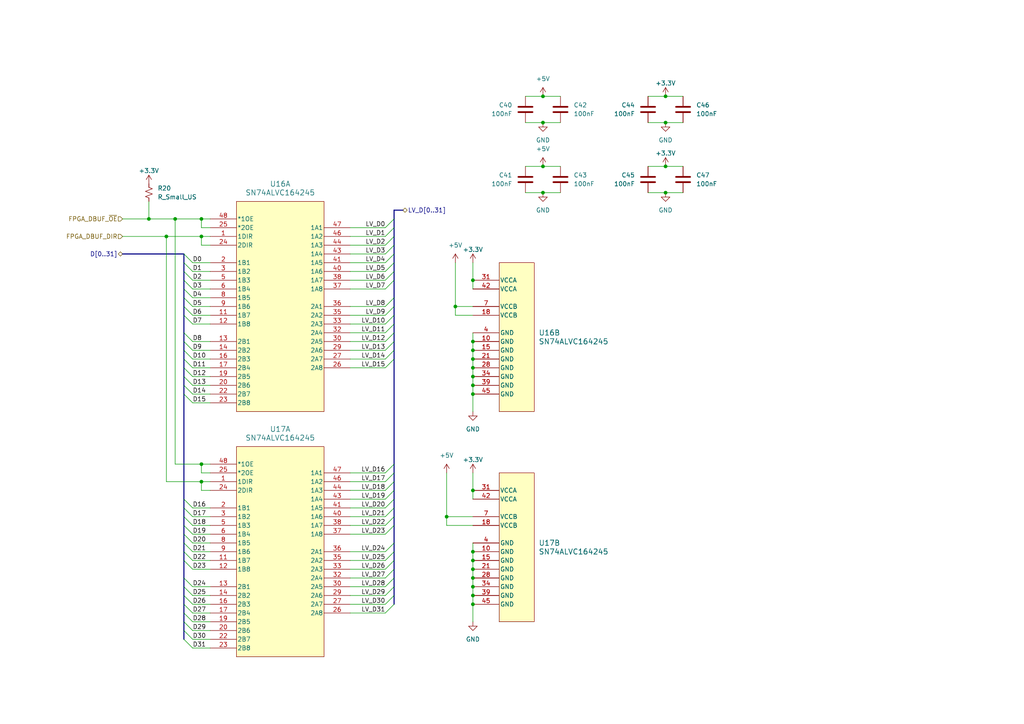
<source format=kicad_sch>
(kicad_sch (version 20230121) (generator eeschema)
  (paper "A4")
  (lib_symbols
    (symbol "68040:SN74ALVC164245" (pin_names (offset 0.254))
      (property "Reference" "U" (at 0 35.56 0))
      (property "Value" "SN74ALVC164245" (at 0 33.02 0))
      (symbol "SN74ALVC164245_1_1"
        (rectangle (start -12.7 30.48) (end 12.7 -30.48) (fill (type background)))
        (pin input line (at -20.32 20.32 0) (length 7.62) (name "1DIR") (number "1"))
        (pin bidirectional line (at -20.32 -2.54 0) (length 7.62) (name "1B7") (number "11"))
        (pin bidirectional line (at -20.32 -5.08 0) (length 7.62) (name "1B8") (number "12"))
        (pin bidirectional line (at -20.32 -10.16 0) (length 7.62) (name "2B1") (number "13"))
        (pin bidirectional line (at -20.32 -12.7 0) (length 7.62) (name "2B2") (number "14"))
        (pin bidirectional line (at -20.32 -15.24 0) (length 7.62) (name "2B3") (number "16"))
        (pin bidirectional line (at -20.32 -17.78 0) (length 7.62) (name "2B4") (number "17"))
        (pin bidirectional line (at -20.32 -20.32 0) (length 7.62) (name "2B5") (number "19"))
        (pin bidirectional line (at -20.32 12.7 0) (length 7.62) (name "1B1") (number "2"))
        (pin bidirectional line (at -20.32 -22.86 0) (length 7.62) (name "2B6") (number "20"))
        (pin bidirectional line (at -20.32 -25.4 0) (length 7.62) (name "2B7") (number "22"))
        (pin bidirectional line (at -20.32 -27.94 0) (length 7.62) (name "2B8") (number "23"))
        (pin input line (at -20.32 17.78 0) (length 7.62) (name "2DIR") (number "24"))
        (pin input line (at -20.32 22.86 0) (length 7.62) (name "*2OE") (number "25"))
        (pin bidirectional line (at 20.32 -17.78 180) (length 7.62) (name "2A8") (number "26"))
        (pin bidirectional line (at 20.32 -15.24 180) (length 7.62) (name "2A7") (number "27"))
        (pin bidirectional line (at 20.32 -12.7 180) (length 7.62) (name "2A6") (number "29"))
        (pin bidirectional line (at -20.32 10.16 0) (length 7.62) (name "1B2") (number "3"))
        (pin bidirectional line (at 20.32 -10.16 180) (length 7.62) (name "2A5") (number "30"))
        (pin bidirectional line (at 20.32 -7.62 180) (length 7.62) (name "2A4") (number "32"))
        (pin bidirectional line (at 20.32 -5.08 180) (length 7.62) (name "2A3") (number "33"))
        (pin bidirectional line (at 20.32 -2.54 180) (length 7.62) (name "2A2") (number "35"))
        (pin bidirectional line (at 20.32 0 180) (length 7.62) (name "2A1") (number "36"))
        (pin bidirectional line (at 20.32 5.08 180) (length 7.62) (name "1A8") (number "37"))
        (pin bidirectional line (at 20.32 7.62 180) (length 7.62) (name "1A7") (number "38"))
        (pin bidirectional line (at 20.32 10.16 180) (length 7.62) (name "1A6") (number "40"))
        (pin bidirectional line (at 20.32 12.7 180) (length 7.62) (name "1A5") (number "41"))
        (pin bidirectional line (at 20.32 15.24 180) (length 7.62) (name "1A4") (number "43"))
        (pin bidirectional line (at 20.32 17.78 180) (length 7.62) (name "1A3") (number "44"))
        (pin bidirectional line (at 20.32 20.32 180) (length 7.62) (name "1A2") (number "46"))
        (pin bidirectional line (at 20.32 22.86 180) (length 7.62) (name "1A1") (number "47"))
        (pin input line (at -20.32 25.4 0) (length 7.62) (name "*1OE") (number "48"))
        (pin bidirectional line (at -20.32 7.62 0) (length 7.62) (name "1B3") (number "5"))
        (pin bidirectional line (at -20.32 5.08 0) (length 7.62) (name "1B4") (number "6"))
        (pin bidirectional line (at -20.32 2.54 0) (length 7.62) (name "1B5") (number "8"))
        (pin bidirectional line (at -20.32 0 0) (length 7.62) (name "1B6") (number "9"))
      )
      (symbol "SN74ALVC164245_2_1"
        (rectangle (start 7.62 5.08) (end 17.78 -38.1) (fill (type background)))
        (pin power_in line (at 0 -17.78 0) (length 7.62) (name "GND") (number "10"))
        (pin power_in line (at 0 -20.32 0) (length 7.62) (name "GND") (number "15"))
        (pin power_in line (at 0 -10.16 0) (length 7.62) (name "VCCB") (number "18"))
        (pin power_in line (at 0 -22.86 0) (length 7.62) (name "GND") (number "21"))
        (pin power_in line (at 0 -25.4 0) (length 7.62) (name "GND") (number "28"))
        (pin power_in line (at 0 0 0) (length 7.62) (name "VCCA") (number "31"))
        (pin power_in line (at 0 -27.94 0) (length 7.62) (name "GND") (number "34"))
        (pin power_in line (at 0 -30.48 0) (length 7.62) (name "GND") (number "39"))
        (pin power_in line (at 0 -15.24 0) (length 7.62) (name "GND") (number "4"))
        (pin power_in line (at 0 -2.54 0) (length 7.62) (name "VCCA") (number "42"))
        (pin power_in line (at 0 -33.02 0) (length 7.62) (name "GND") (number "45"))
        (pin power_in line (at 0 -7.62 0) (length 7.62) (name "VCCB") (number "7"))
      )
    )
    (symbol "Device:C" (pin_numbers hide) (pin_names (offset 0.254))
      (property "Reference" "C" (at 0.635 2.54 0))
      (property "Value" "C" (at 0.635 -2.54 0))
      (symbol "C_0_1"
        (polyline (pts (xy -2.032 -0.762) (xy 2.032 -0.762)) (stroke (width 0.508)))
        (polyline (pts (xy -2.032 0.762) (xy 2.032 0.762)) (stroke (width 0.508)))
      )
      (symbol "C_1_1"
        (pin passive line (at 0 3.81 270) (length 2.794) (name "~") (number "1"))
        (pin passive line (at 0 -3.81 90) (length 2.794) (name "~") (number "2"))
      )
    )
    (symbol "Device:R_Small_US" (pin_numbers hide) (pin_names (offset 0.254) hide)
      (property "Reference" "R" (at 0.762 0.508 0))
      (property "Value" "R_Small_US" (at 0.762 -1.016 0))
      (symbol "R_Small_US_1_1"
        (polyline (pts (xy 0 0) (xy 1.016 -0.381) (xy 0 -0.762) (xy -1.016 -1.143) (xy 0 -1.524)))
        (polyline (pts (xy 0 1.524) (xy 1.016 1.143) (xy 0 0.762) (xy -1.016 0.381) (xy 0 0)))
        (pin passive line (at 0 2.54 270) (length 1.016) (name "~") (number "1"))
        (pin passive line (at 0 -2.54 90) (length 1.016) (name "~") (number "2"))
      )
    )
    (symbol "power:+3.3V" (power) (pin_names (offset 0))
      (property "Value" "+3.3V" (at 0 3.556 0))
      (symbol "+3.3V_0_1"
        (polyline (pts (xy -0.762 1.27) (xy 0 2.54)))
        (polyline (pts (xy 0 0) (xy 0 2.54)))
        (polyline (pts (xy 0 2.54) (xy 0.762 1.27)))
      )
      (symbol "+3.3V_1_1"
        (pin power_in line (at 0 0 90) (length 0) hide (name "+3.3V") (number "1"))
      )
    )
    (symbol "power:+5V" (power) (pin_names (offset 0))
      (property "Value" "+5V" (at 0 3.556 0))
      (symbol "+5V_0_1"
        (polyline (pts (xy -0.762 1.27) (xy 0 2.54)))
        (polyline (pts (xy 0 0) (xy 0 2.54)))
        (polyline (pts (xy 0 2.54) (xy 0.762 1.27)))
      )
      (symbol "+5V_1_1"
        (pin power_in line (at 0 0 90) (length 0) hide (name "+5V") (number "1"))
      )
    )
    (symbol "power:GND" (power) (pin_names (offset 0))
      (property "Value" "GND" (at 0 -3.81 0))
      (symbol "GND_0_1"
        (polyline (pts (xy 0 0) (xy 0 -1.27) (xy 1.27 -1.27) (xy 0 -2.54) (xy -1.27 -1.27) (xy 0 -1.27)))
      )
      (symbol "GND_1_1"
        (pin power_in line (at 0 0 270) (length 0) hide (name "GND") (number "1"))
      )
    )
  )
  (junction (at 58.42 68.58))
  (junction (at 137.16 165.1))
  (junction (at 132.08 88.9))
  (junction (at 58.42 63.5))
  (junction (at 137.16 109.22))
  (junction (at 137.16 170.18))
  (junction (at 137.16 101.6))
  (junction (at 137.16 99.06))
  (junction (at 137.16 162.56))
  (junction (at 137.16 81.28))
  (junction (at 193.04 35.56))
  (junction (at 157.48 48.26))
  (junction (at 129.54 149.86))
  (junction (at 137.16 142.24))
  (junction (at 48.26 68.58))
  (junction (at 157.48 27.94))
  (junction (at 137.16 106.68))
  (junction (at 58.42 139.7))
  (junction (at 157.48 35.56))
  (junction (at 137.16 160.02))
  (junction (at 137.16 167.64))
  (junction (at 137.16 172.72))
  (junction (at 50.8 63.5))
  (junction (at 137.16 114.3))
  (junction (at 157.48 55.88))
  (junction (at 193.04 55.88))
  (junction (at 137.16 175.26))
  (junction (at 43.18 63.5))
  (junction (at 193.04 27.94))
  (junction (at 193.04 48.26))
  (junction (at 137.16 111.76))
  (junction (at 137.16 104.14))
  (junction (at 58.42 134.62))
  (bus_entry (at 111.76 81.28) (size 2.54 -2.54))
  (bus_entry (at 53.34 106.68) (size 2.54 2.54))
  (bus_entry (at 111.76 177.8) (size 2.54 -2.54))
  (bus_entry (at 53.34 152.4) (size 2.54 2.54))
  (bus_entry (at 111.76 71.12) (size 2.54 -2.54))
  (bus_entry (at 53.34 175.26) (size 2.54 2.54))
  (bus_entry (at 111.76 104.14) (size 2.54 -2.54))
  (bus_entry (at 111.76 101.6) (size 2.54 -2.54))
  (bus_entry (at 53.34 114.3) (size 2.54 2.54))
  (bus_entry (at 111.76 91.44) (size 2.54 -2.54))
  (bus_entry (at 53.34 104.14) (size 2.54 2.54))
  (bus_entry (at 111.76 149.86) (size 2.54 -2.54))
  (bus_entry (at 53.34 73.66) (size 2.54 2.54))
  (bus_entry (at 53.34 180.34) (size 2.54 2.54))
  (bus_entry (at 111.76 76.2) (size 2.54 -2.54))
  (bus_entry (at 53.34 81.28) (size 2.54 2.54))
  (bus_entry (at 53.34 99.06) (size 2.54 2.54))
  (bus_entry (at 53.34 101.6) (size 2.54 2.54))
  (bus_entry (at 53.34 91.44) (size 2.54 2.54))
  (bus_entry (at 53.34 76.2) (size 2.54 2.54))
  (bus_entry (at 111.76 73.66) (size 2.54 -2.54))
  (bus_entry (at 111.76 93.98) (size 2.54 -2.54))
  (bus_entry (at 53.34 144.78) (size 2.54 2.54))
  (bus_entry (at 111.76 139.7) (size 2.54 -2.54))
  (bus_entry (at 53.34 78.74) (size 2.54 2.54))
  (bus_entry (at 111.76 147.32) (size 2.54 -2.54))
  (bus_entry (at 53.34 177.8) (size 2.54 2.54))
  (bus_entry (at 111.76 142.24) (size 2.54 -2.54))
  (bus_entry (at 111.76 78.74) (size 2.54 -2.54))
  (bus_entry (at 53.34 162.56) (size 2.54 2.54))
  (bus_entry (at 111.76 175.26) (size 2.54 -2.54))
  (bus_entry (at 111.76 96.52) (size 2.54 -2.54))
  (bus_entry (at 53.34 185.42) (size 2.54 2.54))
  (bus_entry (at 111.76 83.82) (size 2.54 -2.54))
  (bus_entry (at 53.34 154.94) (size 2.54 2.54))
  (bus_entry (at 111.76 154.94) (size 2.54 -2.54))
  (bus_entry (at 111.76 68.58) (size 2.54 -2.54))
  (bus_entry (at 111.76 99.06) (size 2.54 -2.54))
  (bus_entry (at 53.34 88.9) (size 2.54 2.54))
  (bus_entry (at 111.76 165.1) (size 2.54 -2.54))
  (bus_entry (at 53.34 167.64) (size 2.54 2.54))
  (bus_entry (at 53.34 160.02) (size 2.54 2.54))
  (bus_entry (at 111.76 162.56) (size 2.54 -2.54))
  (bus_entry (at 53.34 111.76) (size 2.54 2.54))
  (bus_entry (at 53.34 83.82) (size 2.54 2.54))
  (bus_entry (at 111.76 170.18) (size 2.54 -2.54))
  (bus_entry (at 111.76 144.78) (size 2.54 -2.54))
  (bus_entry (at 53.34 109.22) (size 2.54 2.54))
  (bus_entry (at 111.76 172.72) (size 2.54 -2.54))
  (bus_entry (at 111.76 106.68) (size 2.54 -2.54))
  (bus_entry (at 53.34 86.36) (size 2.54 2.54))
  (bus_entry (at 53.34 157.48) (size 2.54 2.54))
  (bus_entry (at 111.76 137.16) (size 2.54 -2.54))
  (bus_entry (at 111.76 152.4) (size 2.54 -2.54))
  (bus_entry (at 111.76 88.9) (size 2.54 -2.54))
  (bus_entry (at 111.76 66.04) (size 2.54 -2.54))
  (bus_entry (at 111.76 167.64) (size 2.54 -2.54))
  (bus_entry (at 53.34 182.88) (size 2.54 2.54))
  (bus_entry (at 53.34 172.72) (size 2.54 2.54))
  (bus_entry (at 53.34 96.52) (size 2.54 2.54))
  (bus_entry (at 111.76 160.02) (size 2.54 -2.54))
  (bus_entry (at 53.34 149.86) (size 2.54 2.54))
  (bus_entry (at 53.34 170.18) (size 2.54 2.54))
  (bus_entry (at 53.34 147.32) (size 2.54 2.54))
  (wire (pts (xy 132.08 91.44) (xy 137.16 91.44)))
  (bus (pts (xy 53.34 114.3) (xy 53.34 144.78)))
  (wire (pts (xy 35.56 68.58) (xy 48.26 68.58)))
  (wire (pts (xy 55.88 170.18) (xy 60.96 170.18)))
  (wire (pts (xy 129.54 149.86) (xy 129.54 152.4)))
  (wire (pts (xy 55.88 187.96) (xy 60.96 187.96)))
  (bus (pts (xy 114.3 139.7) (xy 114.3 142.24)))
  (bus (pts (xy 53.34 157.48) (xy 53.34 160.02)))
  (wire (pts (xy 187.96 27.94) (xy 193.04 27.94)))
  (bus (pts (xy 53.34 101.6) (xy 53.34 104.14)))
  (wire (pts (xy 137.16 96.52) (xy 137.16 99.06)))
  (bus (pts (xy 53.34 109.22) (xy 53.34 111.76)))
  (wire (pts (xy 58.42 142.24) (xy 58.42 139.7)))
  (wire (pts (xy 101.6 101.6) (xy 111.76 101.6)))
  (wire (pts (xy 55.88 86.36) (xy 60.96 86.36)))
  (wire (pts (xy 55.88 83.82) (xy 60.96 83.82)))
  (wire (pts (xy 101.6 152.4) (xy 111.76 152.4)))
  (wire (pts (xy 137.16 111.76) (xy 137.16 114.3)))
  (wire (pts (xy 43.18 63.5) (xy 50.8 63.5)))
  (bus (pts (xy 53.34 73.66) (xy 35.56 73.66)))
  (wire (pts (xy 55.88 76.2) (xy 60.96 76.2)))
  (wire (pts (xy 60.96 134.62) (xy 58.42 134.62)))
  (wire (pts (xy 101.6 160.02) (xy 111.76 160.02)))
  (wire (pts (xy 101.6 68.58) (xy 111.76 68.58)))
  (wire (pts (xy 55.88 114.3) (xy 60.96 114.3)))
  (bus (pts (xy 114.3 99.06) (xy 114.3 101.6)))
  (wire (pts (xy 55.88 99.06) (xy 60.96 99.06)))
  (bus (pts (xy 53.34 182.88) (xy 53.34 185.42)))
  (wire (pts (xy 55.88 101.6) (xy 60.96 101.6)))
  (wire (pts (xy 101.6 170.18) (xy 111.76 170.18)))
  (bus (pts (xy 114.3 60.96) (xy 114.3 63.5)))
  (bus (pts (xy 53.34 172.72) (xy 53.34 175.26)))
  (wire (pts (xy 55.88 154.94) (xy 60.96 154.94)))
  (wire (pts (xy 101.6 88.9) (xy 111.76 88.9)))
  (wire (pts (xy 157.48 55.88) (xy 162.56 55.88)))
  (bus (pts (xy 114.3 76.2) (xy 114.3 78.74)))
  (wire (pts (xy 137.16 142.24) (xy 137.16 144.78)))
  (bus (pts (xy 114.3 142.24) (xy 114.3 144.78)))
  (wire (pts (xy 55.88 91.44) (xy 60.96 91.44)))
  (bus (pts (xy 114.3 149.86) (xy 114.3 152.4)))
  (bus (pts (xy 53.34 167.64) (xy 53.34 170.18)))
  (bus (pts (xy 114.3 81.28) (xy 114.3 86.36)))
  (wire (pts (xy 58.42 134.62) (xy 50.8 134.62)))
  (wire (pts (xy 55.88 175.26) (xy 60.96 175.26)))
  (wire (pts (xy 137.16 175.26) (xy 137.16 180.34)))
  (bus (pts (xy 114.3 66.04) (xy 114.3 68.58)))
  (wire (pts (xy 193.04 35.56) (xy 198.12 35.56)))
  (bus (pts (xy 114.3 63.5) (xy 114.3 66.04)))
  (bus (pts (xy 114.3 147.32) (xy 114.3 149.86)))
  (wire (pts (xy 101.6 96.52) (xy 111.76 96.52)))
  (wire (pts (xy 35.56 63.5) (xy 43.18 63.5)))
  (bus (pts (xy 53.34 73.66) (xy 53.34 76.2)))
  (wire (pts (xy 101.6 83.82) (xy 111.76 83.82)))
  (wire (pts (xy 101.6 99.06) (xy 111.76 99.06)))
  (wire (pts (xy 43.18 58.42) (xy 43.18 63.5)))
  (wire (pts (xy 152.4 35.56) (xy 157.48 35.56)))
  (wire (pts (xy 101.6 73.66) (xy 111.76 73.66)))
  (bus (pts (xy 114.3 170.18) (xy 114.3 172.72)))
  (bus (pts (xy 53.34 162.56) (xy 53.34 167.64)))
  (wire (pts (xy 101.6 139.7) (xy 111.76 139.7)))
  (wire (pts (xy 60.96 66.04) (xy 58.42 66.04)))
  (wire (pts (xy 193.04 48.26) (xy 198.12 48.26)))
  (bus (pts (xy 53.34 175.26) (xy 53.34 177.8)))
  (bus (pts (xy 53.34 96.52) (xy 53.34 99.06)))
  (wire (pts (xy 58.42 66.04) (xy 58.42 63.5)))
  (wire (pts (xy 157.48 48.26) (xy 162.56 48.26)))
  (wire (pts (xy 157.48 35.56) (xy 162.56 35.56)))
  (wire (pts (xy 55.88 104.14) (xy 60.96 104.14)))
  (wire (pts (xy 55.88 149.86) (xy 60.96 149.86)))
  (wire (pts (xy 50.8 134.62) (xy 50.8 63.5)))
  (wire (pts (xy 101.6 106.68) (xy 111.76 106.68)))
  (wire (pts (xy 187.96 55.88) (xy 193.04 55.88)))
  (wire (pts (xy 55.88 88.9) (xy 60.96 88.9)))
  (wire (pts (xy 55.88 182.88) (xy 60.96 182.88)))
  (wire (pts (xy 60.96 139.7) (xy 58.42 139.7)))
  (bus (pts (xy 114.3 162.56) (xy 114.3 165.1)))
  (wire (pts (xy 101.6 71.12) (xy 111.76 71.12)))
  (bus (pts (xy 53.34 111.76) (xy 53.34 114.3)))
  (wire (pts (xy 137.16 106.68) (xy 137.16 109.22)))
  (bus (pts (xy 53.34 104.14) (xy 53.34 106.68)))
  (bus (pts (xy 114.3 96.52) (xy 114.3 99.06)))
  (bus (pts (xy 53.34 177.8) (xy 53.34 180.34)))
  (wire (pts (xy 55.88 111.76) (xy 60.96 111.76)))
  (wire (pts (xy 187.96 48.26) (xy 193.04 48.26)))
  (wire (pts (xy 101.6 104.14) (xy 111.76 104.14)))
  (wire (pts (xy 58.42 137.16) (xy 58.42 134.62)))
  (wire (pts (xy 137.16 162.56) (xy 137.16 165.1)))
  (bus (pts (xy 53.34 76.2) (xy 53.34 78.74)))
  (wire (pts (xy 55.88 93.98) (xy 60.96 93.98)))
  (bus (pts (xy 53.34 91.44) (xy 53.34 96.52)))
  (wire (pts (xy 132.08 76.2) (xy 132.08 88.9)))
  (wire (pts (xy 137.16 81.28) (xy 137.16 83.82)))
  (wire (pts (xy 60.96 71.12) (xy 58.42 71.12)))
  (bus (pts (xy 53.34 106.68) (xy 53.34 109.22)))
  (bus (pts (xy 114.3 167.64) (xy 114.3 170.18)))
  (bus (pts (xy 114.3 172.72) (xy 114.3 175.26)))
  (wire (pts (xy 55.88 109.22) (xy 60.96 109.22)))
  (bus (pts (xy 53.34 78.74) (xy 53.34 81.28)))
  (wire (pts (xy 58.42 139.7) (xy 48.26 139.7)))
  (wire (pts (xy 101.6 147.32) (xy 111.76 147.32)))
  (bus (pts (xy 114.3 71.12) (xy 114.3 73.66)))
  (bus (pts (xy 53.34 154.94) (xy 53.34 157.48)))
  (wire (pts (xy 55.88 172.72) (xy 60.96 172.72)))
  (wire (pts (xy 101.6 76.2) (xy 111.76 76.2)))
  (wire (pts (xy 55.88 152.4) (xy 60.96 152.4)))
  (wire (pts (xy 101.6 66.04) (xy 111.76 66.04)))
  (bus (pts (xy 114.3 157.48) (xy 114.3 160.02)))
  (wire (pts (xy 55.88 180.34) (xy 60.96 180.34)))
  (wire (pts (xy 101.6 175.26) (xy 111.76 175.26)))
  (wire (pts (xy 137.16 165.1) (xy 137.16 167.64)))
  (wire (pts (xy 55.88 81.28) (xy 60.96 81.28)))
  (wire (pts (xy 137.16 137.16) (xy 137.16 142.24)))
  (wire (pts (xy 137.16 157.48) (xy 137.16 160.02)))
  (wire (pts (xy 137.16 167.64) (xy 137.16 170.18)))
  (wire (pts (xy 55.88 116.84) (xy 60.96 116.84)))
  (bus (pts (xy 114.3 78.74) (xy 114.3 81.28)))
  (bus (pts (xy 114.3 144.78) (xy 114.3 147.32)))
  (bus (pts (xy 53.34 147.32) (xy 53.34 149.86)))
  (bus (pts (xy 53.34 99.06) (xy 53.34 101.6)))
  (wire (pts (xy 137.16 170.18) (xy 137.16 172.72)))
  (wire (pts (xy 101.6 154.94) (xy 111.76 154.94)))
  (bus (pts (xy 114.3 86.36) (xy 114.3 88.9)))
  (bus (pts (xy 114.3 160.02) (xy 114.3 162.56)))
  (bus (pts (xy 53.34 88.9) (xy 53.34 91.44)))
  (wire (pts (xy 137.16 160.02) (xy 137.16 162.56)))
  (wire (pts (xy 55.88 147.32) (xy 60.96 147.32)))
  (wire (pts (xy 101.6 93.98) (xy 111.76 93.98)))
  (bus (pts (xy 116.84 60.96) (xy 114.3 60.96)))
  (wire (pts (xy 101.6 165.1) (xy 111.76 165.1)))
  (wire (pts (xy 48.26 139.7) (xy 48.26 68.58)))
  (bus (pts (xy 53.34 152.4) (xy 53.34 154.94)))
  (wire (pts (xy 187.96 35.56) (xy 193.04 35.56)))
  (wire (pts (xy 129.54 152.4) (xy 137.16 152.4)))
  (wire (pts (xy 48.26 68.58) (xy 58.42 68.58)))
  (bus (pts (xy 114.3 104.14) (xy 114.3 134.62)))
  (wire (pts (xy 193.04 27.94) (xy 198.12 27.94)))
  (wire (pts (xy 157.48 27.94) (xy 162.56 27.94)))
  (wire (pts (xy 152.4 48.26) (xy 157.48 48.26)))
  (wire (pts (xy 101.6 137.16) (xy 111.76 137.16)))
  (wire (pts (xy 60.96 137.16) (xy 58.42 137.16)))
  (wire (pts (xy 60.96 142.24) (xy 58.42 142.24)))
  (wire (pts (xy 55.88 157.48) (xy 60.96 157.48)))
  (wire (pts (xy 101.6 144.78) (xy 111.76 144.78)))
  (wire (pts (xy 137.16 99.06) (xy 137.16 101.6)))
  (bus (pts (xy 53.34 170.18) (xy 53.34 172.72)))
  (bus (pts (xy 114.3 93.98) (xy 114.3 96.52)))
  (wire (pts (xy 137.16 114.3) (xy 137.16 119.38)))
  (wire (pts (xy 101.6 81.28) (xy 111.76 81.28)))
  (bus (pts (xy 114.3 91.44) (xy 114.3 93.98)))
  (wire (pts (xy 152.4 55.88) (xy 157.48 55.88)))
  (bus (pts (xy 114.3 165.1) (xy 114.3 167.64)))
  (bus (pts (xy 53.34 81.28) (xy 53.34 83.82)))
  (wire (pts (xy 132.08 88.9) (xy 132.08 91.44)))
  (wire (pts (xy 58.42 63.5) (xy 60.96 63.5)))
  (wire (pts (xy 193.04 55.88) (xy 198.12 55.88)))
  (wire (pts (xy 101.6 167.64) (xy 111.76 167.64)))
  (wire (pts (xy 132.08 88.9) (xy 137.16 88.9)))
  (wire (pts (xy 137.16 76.2) (xy 137.16 81.28)))
  (bus (pts (xy 114.3 137.16) (xy 114.3 139.7)))
  (wire (pts (xy 137.16 101.6) (xy 137.16 104.14)))
  (wire (pts (xy 55.88 106.68) (xy 60.96 106.68)))
  (wire (pts (xy 55.88 162.56) (xy 60.96 162.56)))
  (wire (pts (xy 55.88 177.8) (xy 60.96 177.8)))
  (bus (pts (xy 114.3 73.66) (xy 114.3 76.2)))
  (bus (pts (xy 114.3 134.62) (xy 114.3 137.16)))
  (wire (pts (xy 101.6 149.86) (xy 111.76 149.86)))
  (wire (pts (xy 55.88 165.1) (xy 60.96 165.1)))
  (wire (pts (xy 55.88 160.02) (xy 60.96 160.02)))
  (bus (pts (xy 53.34 83.82) (xy 53.34 86.36)))
  (wire (pts (xy 50.8 63.5) (xy 58.42 63.5)))
  (bus (pts (xy 114.3 68.58) (xy 114.3 71.12)))
  (wire (pts (xy 55.88 185.42) (xy 60.96 185.42)))
  (wire (pts (xy 101.6 78.74) (xy 111.76 78.74)))
  (bus (pts (xy 53.34 180.34) (xy 53.34 182.88)))
  (wire (pts (xy 58.42 68.58) (xy 60.96 68.58)))
  (wire (pts (xy 101.6 162.56) (xy 111.76 162.56)))
  (wire (pts (xy 129.54 149.86) (xy 137.16 149.86)))
  (bus (pts (xy 114.3 88.9) (xy 114.3 91.44)))
  (wire (pts (xy 101.6 91.44) (xy 111.76 91.44)))
  (wire (pts (xy 55.88 78.74) (xy 60.96 78.74)))
  (wire (pts (xy 137.16 104.14) (xy 137.16 106.68)))
  (bus (pts (xy 53.34 149.86) (xy 53.34 152.4)))
  (bus (pts (xy 53.34 86.36) (xy 53.34 88.9)))
  (wire (pts (xy 101.6 177.8) (xy 111.76 177.8)))
  (wire (pts (xy 101.6 142.24) (xy 111.76 142.24)))
  (wire (pts (xy 58.42 71.12) (xy 58.42 68.58)))
  (wire (pts (xy 152.4 27.94) (xy 157.48 27.94)))
  (bus (pts (xy 53.34 144.78) (xy 53.34 147.32)))
  (bus (pts (xy 53.34 160.02) (xy 53.34 162.56)))
  (wire (pts (xy 137.16 109.22) (xy 137.16 111.76)))
  (wire (pts (xy 129.54 137.16) (xy 129.54 149.86)))
  (bus (pts (xy 114.3 101.6) (xy 114.3 104.14)))
  (bus (pts (xy 114.3 152.4) (xy 114.3 157.48)))
  (wire (pts (xy 137.16 172.72) (xy 137.16 175.26)))
  (wire (pts (xy 101.6 172.72) (xy 111.76 172.72)))
  (label "D27" (at 55.88 177.8 0))
  (label "LV_D16" (at 111.76 137.16 180))
  (label "D3" (at 55.88 83.82 0))
  (label "D24" (at 55.88 170.18 0))
  (label "D10" (at 55.88 104.14 0))
  (label "D9" (at 55.88 101.6 0))
  (label "D6" (at 55.88 91.44 0))
  (label "D26" (at 55.88 175.26 0))
  (label "LV_D28" (at 111.76 170.18 180))
  (label "D15" (at 55.88 116.84 0))
  (label "LV_D14" (at 111.76 104.14 180))
  (label "LV_D9" (at 111.76 91.44 180))
  (label "LV_D22" (at 111.76 152.4 180))
  (label "D14" (at 55.88 114.3 0))
  (label "D2" (at 55.88 81.28 0))
  (label "D16" (at 55.88 147.32 0))
  (label "LV_D27" (at 111.76 167.64 180))
  (label "LV_D31" (at 111.76 177.8 180))
  (label "D8" (at 55.88 99.06 0))
  (label "LV_D21" (at 111.76 149.86 180))
  (label "D1" (at 55.88 78.74 0))
  (label "LV_D26" (at 111.76 165.1 180))
  (label "D4" (at 55.88 86.36 0))
  (label "LV_D6" (at 111.76 81.28 180))
  (label "D29" (at 55.88 182.88 0))
  (label "D21" (at 55.88 160.02 0))
  (label "LV_D2" (at 111.76 71.12 180))
  (label "D23" (at 55.88 165.1 0))
  (label "D18" (at 55.88 152.4 0))
  (label "D12" (at 55.88 109.22 0))
  (label "D0" (at 55.88 76.2 0))
  (label "D20" (at 55.88 157.48 0))
  (label "D5" (at 55.88 88.9 0))
  (label "D22" (at 55.88 162.56 0))
  (label "LV_D7" (at 111.76 83.82 180))
  (label "LV_D20" (at 111.76 147.32 180))
  (label "LV_D11" (at 111.76 96.52 180))
  (label "LV_D23" (at 111.76 154.94 180))
  (label "LV_D12" (at 111.76 99.06 180))
  (label "LV_D17" (at 111.76 139.7 180))
  (label "LV_D25" (at 111.76 162.56 180))
  (label "LV_D3" (at 111.76 73.66 180))
  (label "LV_D13" (at 111.76 101.6 180))
  (label "D30" (at 55.88 185.42 0))
  (label "LV_D1" (at 111.76 68.58 180))
  (label "LV_D10" (at 111.76 93.98 180))
  (label "LV_D30" (at 111.76 175.26 180))
  (label "LV_D0" (at 111.76 66.04 180))
  (label "D7" (at 55.88 93.98 0))
  (label "D17" (at 55.88 149.86 0))
  (label "D28" (at 55.88 180.34 0))
  (label "D13" (at 55.88 111.76 0))
  (label "LV_D5" (at 111.76 78.74 180))
  (label "LV_D24" (at 111.76 160.02 180))
  (label "D25" (at 55.88 172.72 0))
  (label "LV_D19" (at 111.76 144.78 180))
  (label "LV_D15" (at 111.76 106.68 180))
  (label "D31" (at 55.88 187.96 0))
  (label "LV_D4" (at 111.76 76.2 180))
  (label "LV_D8" (at 111.76 88.9 180))
  (label "LV_D18" (at 111.76 142.24 180))
  (label "LV_D29" (at 111.76 172.72 180))
  (label "D19" (at 55.88 154.94 0))
  (label "D11" (at 55.88 106.68 0))
  (hierarchical_label "D[0..31]" (shape tri_state) (at 35.56 73.66 180))
  (hierarchical_label "FPGA_DBUF_~{OE}" (shape input) (at 35.56 63.5 180))
  (hierarchical_label "LV_D[0..31]" (shape tri_state) (at 116.84 60.96 0))
  (hierarchical_label "FPGA_DBUF_DIR" (shape input) (at 35.56 68.58 180))
  (symbol (lib_id "Device:C") (at 187.96 31.75 0) (mirror y) (unit 1)
    (property "Reference" "C44" (at 184.15 30.48 0) (effects (justify left)))
    (property "Value" "100nF" (at 184.15 33.02 0) (effects (justify left)))
    (property "Footprint" "Capacitor_SMD:C_0603_1608Metric" (effects hide))
  )
  (symbol (lib_id "power:+3.3V") (at 137.16 137.16 0) (unit 1)
    (property "Reference" "#PWR096" (effects hide))
    (property "Value" "+3.3V" (at 137.16 133.35 0))
  )
  (symbol (lib_id "power:GND") (at 137.16 119.38 0) (unit 1)
    (property "Reference" "#PWR095" (effects hide))
    (property "Value" "GND" (at 137.16 124.46 0))
  )
  (symbol (lib_id "power:+5V") (at 157.48 27.94 0) (unit 1)
    (property "Reference" "#PWR098" (effects hide))
    (property "Value" "+5V" (at 157.48 22.86 0))
  )
  (symbol (lib_id "68040:SN74ALVC164245") (at 137.16 81.28 0) (unit 2)
    (property "Reference" "U16" (at 156.21 96.52 0) (effects (font (size 1.524 1.524)) (justify left)))
    (property "Value" "SN74ALVC164245" (at 156.21 99.06 0) (effects (font (size 1.524 1.524)) (justify left)))
    (property "Footprint" "Package_SO:TSSOP-48_6.1x12.5mm_P0.5mm" (effects hide))
    (property "Datasheet" "SN74ALVC164245DLR" (effects hide))
  )
  (symbol (lib_id "Device:C") (at 152.4 52.07 0) (mirror y) (unit 1)
    (property "Reference" "C41" (at 148.59 50.8 0) (effects (justify left)))
    (property "Value" "100nF" (at 148.59 53.34 0) (effects (justify left)))
    (property "Footprint" "Capacitor_SMD:C_0603_1608Metric" (effects hide))
  )
  (symbol (lib_id "Device:C") (at 187.96 52.07 0) (mirror y) (unit 1)
    (property "Reference" "C45" (at 184.15 50.8 0) (effects (justify left)))
    (property "Value" "100nF" (at 184.15 53.34 0) (effects (justify left)))
    (property "Footprint" "Capacitor_SMD:C_0603_1608Metric" (effects hide))
  )
  (symbol (lib_id "Device:R_Small_US") (at 43.18 55.88 0) (unit 1)
    (property "Reference" "R20" (at 45.72 54.61 0) (effects (justify left)))
    (property "Value" "R_Small_US" (at 45.72 57.15 0) (effects (justify left)))
    (property "Footprint" "Resistor_SMD:R_0603_1608Metric" (effects hide))
  )
  (symbol (lib_id "Device:C") (at 162.56 52.07 0) (unit 1)
    (property "Reference" "C43" (at 166.37 50.8 0) (effects (justify left)))
    (property "Value" "100nF" (at 166.37 53.34 0) (effects (justify left)))
    (property "Footprint" "Capacitor_SMD:C_0603_1608Metric" (effects hide))
  )
  (symbol (lib_id "power:GND") (at 137.16 180.34 0) (unit 1)
    (property "Reference" "#PWR097" (effects hide))
    (property "Value" "GND" (at 137.16 185.42 0))
  )
  (symbol (lib_id "68040:SN74ALVC164245") (at 137.16 142.24 0) (unit 2)
    (property "Reference" "U17" (at 156.21 157.48 0) (effects (font (size 1.524 1.524)) (justify left)))
    (property "Value" "SN74ALVC164245" (at 156.21 160.02 0) (effects (font (size 1.524 1.524)) (justify left)))
    (property "Footprint" "Package_SO:TSSOP-48_6.1x12.5mm_P0.5mm" (effects hide))
    (property "Datasheet" "SN74ALVC164245DLR" (effects hide))
  )
  (symbol (lib_id "power:+5V") (at 132.08 76.2 0) (unit 1)
    (property "Reference" "#PWR093" (effects hide))
    (property "Value" "+5V" (at 132.08 71.12 0))
  )
  (symbol (lib_id "power:GND") (at 193.04 35.56 0) (unit 1)
    (property "Reference" "#PWR0103" (effects hide))
    (property "Value" "GND" (at 193.04 40.64 0))
  )
  (symbol (lib_id "Device:C") (at 152.4 31.75 0) (mirror y) (unit 1)
    (property "Reference" "C40" (at 148.59 30.48 0) (effects (justify left)))
    (property "Value" "100nF" (at 148.59 33.02 0) (effects (justify left)))
    (property "Footprint" "Capacitor_SMD:C_0603_1608Metric" (effects hide))
  )
  (symbol (lib_id "power:+5V") (at 157.48 48.26 0) (unit 1)
    (property "Reference" "#PWR0100" (effects hide))
    (property "Value" "+5V" (at 157.48 43.18 0))
  )
  (symbol (lib_id "power:+5V") (at 129.54 137.16 0) (unit 1)
    (property "Reference" "#PWR092" (effects hide))
    (property "Value" "+5V" (at 129.54 132.08 0))
  )
  (symbol (lib_id "power:+3.3V") (at 193.04 48.26 0) (unit 1)
    (property "Reference" "#PWR0104" (effects hide))
    (property "Value" "+3.3V" (at 193.04 44.45 0))
  )
  (symbol (lib_id "power:GND") (at 157.48 35.56 0) (unit 1)
    (property "Reference" "#PWR099" (effects hide))
    (property "Value" "GND" (at 157.48 40.64 0))
  )
  (symbol (lib_id "68040:SN74ALVC164245") (at 81.28 160.02 0) (unit 1)
    (property "Reference" "U17" (at 81.28 124.46 0) (effects (font (size 1.524 1.524))))
    (property "Value" "SN74ALVC164245" (at 81.28 127 0) (effects (font (size 1.524 1.524))))
    (property "Footprint" "Package_SO:TSSOP-48_6.1x12.5mm_P0.5mm" (effects hide))
    (property "Datasheet" "SN74ALVC164245DLR" (effects hide))
  )
  (symbol (lib_id "Device:C") (at 198.12 52.07 0) (unit 1)
    (property "Reference" "C47" (at 201.93 50.8 0) (effects (justify left)))
    (property "Value" "100nF" (at 201.93 53.34 0) (effects (justify left)))
    (property "Footprint" "Capacitor_SMD:C_0603_1608Metric" (effects hide))
  )
  (symbol (lib_id "power:GND") (at 157.48 55.88 0) (unit 1)
    (property "Reference" "#PWR0101" (effects hide))
    (property "Value" "GND" (at 157.48 60.96 0))
  )
  (symbol (lib_id "68040:SN74ALVC164245") (at 81.28 88.9 0) (unit 1)
    (property "Reference" "U16" (at 81.28 53.34 0) (effects (font (size 1.524 1.524))))
    (property "Value" "SN74ALVC164245" (at 81.28 55.88 0) (effects (font (size 1.524 1.524))))
    (property "Footprint" "Package_SO:TSSOP-48_6.1x12.5mm_P0.5mm" (effects hide))
    (property "Datasheet" "SN74ALVC164245DLR" (effects hide))
  )
  (symbol (lib_id "Device:C") (at 198.12 31.75 0) (unit 1)
    (property "Reference" "C46" (at 201.93 30.48 0) (effects (justify left)))
    (property "Value" "100nF" (at 201.93 33.02 0) (effects (justify left)))
    (property "Footprint" "Capacitor_SMD:C_0603_1608Metric" (effects hide))
  )
  (symbol (lib_id "power:GND") (at 193.04 55.88 0) (unit 1)
    (property "Reference" "#PWR0105" (effects hide))
    (property "Value" "GND" (at 193.04 60.96 0))
  )
  (symbol (lib_id "Device:C") (at 162.56 31.75 0) (unit 1)
    (property "Reference" "C42" (at 166.37 30.48 0) (effects (justify left)))
    (property "Value" "100nF" (at 166.37 33.02 0) (effects (justify left)))
    (property "Footprint" "Capacitor_SMD:C_0603_1608Metric" (effects hide))
  )
  (symbol (lib_id "power:+3.3V") (at 43.18 53.34 0) (unit 1)
    (property "Reference" "#PWR091" (effects hide))
    (property "Value" "+3.3V" (at 43.18 49.53 0))
  )
  (symbol (lib_id "power:+3.3V") (at 137.16 76.2 0) (unit 1)
    (property "Reference" "#PWR094" (effects hide))
    (property "Value" "+3.3V" (at 137.16 72.39 0))
  )
  (symbol (lib_id "power:+3.3V") (at 193.04 27.94 0) (unit 1)
    (property "Reference" "#PWR0102" (effects hide))
    (property "Value" "+3.3V" (at 193.04 24.13 0))
  )
)
</source>
